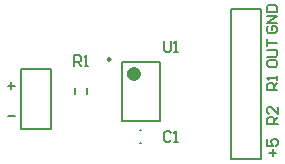
<source format=gto>
G04*
G04 #@! TF.GenerationSoftware,Altium Limited,Altium Designer,20.1.11 (218)*
G04*
G04 Layer_Color=65535*
%FSLAX25Y25*%
%MOIN*%
G70*
G04*
G04 #@! TF.SameCoordinates,B42474AF-8F1F-4631-B4F4-3FD5516C7951*
G04*
G04*
G04 #@! TF.FilePolarity,Positive*
G04*
G01*
G75*
%ADD10C,0.02362*%
%ADD11C,0.00984*%
%ADD12C,0.00787*%
%ADD13C,0.00700*%
D10*
X161319Y130905D02*
X160874Y131829D01*
X159875Y132057D01*
X159074Y131418D01*
Y130393D01*
X159875Y129754D01*
X160874Y129982D01*
X161319Y130905D01*
D11*
X152264Y135846D02*
X151526Y136273D01*
Y135420D01*
X152264Y135846D01*
D12*
X144567Y124016D02*
Y125984D01*
X140433Y124016D02*
Y125984D01*
X156201Y115157D02*
X168799D01*
X156201Y134843D02*
X168799D01*
Y115157D02*
Y134843D01*
X156201Y115157D02*
Y134843D01*
X162303Y112264D02*
X162697D01*
X162303Y107736D02*
X162697D01*
X122500Y112500D02*
X132500D01*
X122500D02*
Y132500D01*
X132500D01*
Y112500D02*
Y132500D01*
X192500Y102500D02*
X202500D01*
X192500D02*
Y152500D01*
X202500Y102500D02*
Y152500D01*
X192500D02*
X202500D01*
D13*
X118200Y126866D02*
X120533D01*
X119366Y128033D02*
Y125700D01*
X208176Y114103D02*
X204677D01*
Y115852D01*
X205260Y116436D01*
X206426D01*
X207009Y115852D01*
Y114103D01*
Y115269D02*
X208176Y116436D01*
Y119934D02*
Y117602D01*
X205843Y119934D01*
X205260D01*
X204677Y119351D01*
Y118185D01*
X205260Y117602D01*
X118200Y116749D02*
X120533D01*
X206426Y103370D02*
Y105703D01*
X205260Y104536D02*
X207593D01*
X204677Y109202D02*
Y106869D01*
X206426D01*
X205843Y108035D01*
Y108618D01*
X206426Y109202D01*
X207593D01*
X208176Y108618D01*
Y107452D01*
X207593Y106869D01*
X204578Y134856D02*
Y133690D01*
X205161Y133107D01*
X207494D01*
X208077Y133690D01*
Y134856D01*
X207494Y135440D01*
X205161D01*
X204578Y134856D01*
Y136606D02*
X207494D01*
X208077Y137189D01*
Y138355D01*
X207494Y138938D01*
X204578D01*
Y140105D02*
Y142437D01*
Y141271D01*
X208077D01*
Y125328D02*
X204578D01*
Y127078D01*
X205161Y127661D01*
X206328D01*
X206911Y127078D01*
Y125328D01*
Y126495D02*
X208077Y127661D01*
Y128827D02*
Y129993D01*
Y129410D01*
X204578D01*
X205161Y128827D01*
X205063Y146763D02*
X204480Y146180D01*
Y145014D01*
X205063Y144431D01*
X207396D01*
X207979Y145014D01*
Y146180D01*
X207396Y146763D01*
X206229D01*
Y145597D01*
X207979Y147930D02*
X204480D01*
X207979Y150262D01*
X204480D01*
Y151428D02*
X207979D01*
Y153178D01*
X207396Y153761D01*
X205063D01*
X204480Y153178D01*
Y151428D01*
X140300Y133500D02*
Y136999D01*
X142049D01*
X142633Y136416D01*
Y135249D01*
X142049Y134666D01*
X140300D01*
X141466D02*
X142633Y133500D01*
X143799D02*
X144965D01*
X144382D01*
Y136999D01*
X143799Y136416D01*
X172500Y111166D02*
X171917Y111749D01*
X170751D01*
X170167Y111166D01*
Y108834D01*
X170751Y108251D01*
X171917D01*
X172500Y108834D01*
X173666Y108251D02*
X174833D01*
X174249D01*
Y111749D01*
X173666Y111166D01*
X170167Y141749D02*
Y138834D01*
X170751Y138251D01*
X171917D01*
X172500Y138834D01*
Y141749D01*
X173666Y138251D02*
X174833D01*
X174249D01*
Y141749D01*
X173666Y141166D01*
M02*

</source>
